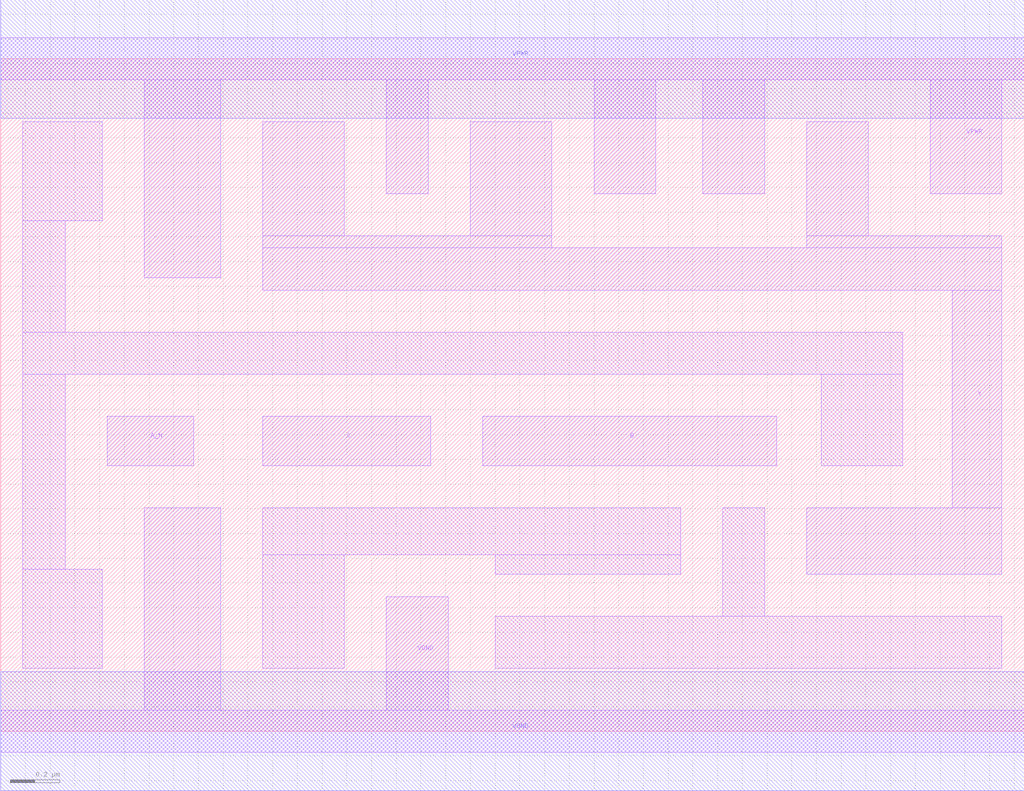
<source format=lef>
# Copyright 2020 The SkyWater PDK Authors
#
# Licensed under the Apache License, Version 2.0 (the "License");
# you may not use this file except in compliance with the License.
# You may obtain a copy of the License at
#
#     https://www.apache.org/licenses/LICENSE-2.0
#
# Unless required by applicable law or agreed to in writing, software
# distributed under the License is distributed on an "AS IS" BASIS,
# WITHOUT WARRANTIES OR CONDITIONS OF ANY KIND, either express or implied.
# See the License for the specific language governing permissions and
# limitations under the License.
#
# SPDX-License-Identifier: Apache-2.0

VERSION 5.5 ;
NAMESCASESENSITIVE ON ;
BUSBITCHARS "[]" ;
DIVIDERCHAR "/" ;
MACRO sky130_fd_sc_hd__nand3b_2
  CLASS CORE ;
  SOURCE USER ;
  ORIGIN  0.000000  0.000000 ;
  SIZE  4.140000 BY  2.720000 ;
  SYMMETRY X Y R90 ;
  SITE unithd ;
  PIN A_N
    ANTENNAGATEAREA  0.126000 ;
    DIRECTION INPUT ;
    USE SIGNAL ;
    PORT
      LAYER li1 ;
        RECT 0.430000 1.075000 0.780000 1.275000 ;
    END
  END A_N
  PIN B
    ANTENNAGATEAREA  0.495000 ;
    DIRECTION INPUT ;
    USE SIGNAL ;
    PORT
      LAYER li1 ;
        RECT 1.950000 1.075000 3.140000 1.275000 ;
    END
  END B
  PIN C
    ANTENNAGATEAREA  0.495000 ;
    DIRECTION INPUT ;
    USE SIGNAL ;
    PORT
      LAYER li1 ;
        RECT 1.060000 1.075000 1.740000 1.275000 ;
    END
  END C
  PIN Y
    ANTENNADIFFAREA  0.985500 ;
    DIRECTION OUTPUT ;
    USE SIGNAL ;
    PORT
      LAYER li1 ;
        RECT 1.060000 1.785000 4.050000 1.955000 ;
        RECT 1.060000 1.955000 2.230000 2.005000 ;
        RECT 1.060000 2.005000 1.390000 2.465000 ;
        RECT 1.900000 2.005000 2.230000 2.465000 ;
        RECT 3.260000 0.635000 4.050000 0.905000 ;
        RECT 3.260000 1.955000 4.050000 2.005000 ;
        RECT 3.260000 2.005000 3.510000 2.465000 ;
        RECT 3.850000 0.905000 4.050000 1.785000 ;
    END
  END Y
  PIN VGND
    DIRECTION INOUT ;
    SHAPE ABUTMENT ;
    USE GROUND ;
    PORT
      LAYER li1 ;
        RECT 0.000000 -0.085000 4.140000 0.085000 ;
        RECT 0.580000  0.085000 0.890000 0.905000 ;
        RECT 1.560000  0.085000 1.810000 0.545000 ;
    END
    PORT
      LAYER met1 ;
        RECT 0.000000 -0.240000 4.140000 0.240000 ;
    END
  END VGND
  PIN VPWR
    DIRECTION INOUT ;
    SHAPE ABUTMENT ;
    USE POWER ;
    PORT
      LAYER li1 ;
        RECT 0.000000 2.635000 4.140000 2.805000 ;
        RECT 0.580000 1.835000 0.890000 2.635000 ;
        RECT 1.560000 2.175000 1.730000 2.635000 ;
        RECT 2.400000 2.175000 2.650000 2.635000 ;
        RECT 2.840000 2.175000 3.090000 2.635000 ;
        RECT 3.760000 2.175000 4.050000 2.635000 ;
    END
    PORT
      LAYER met1 ;
        RECT 0.000000 2.480000 4.140000 2.960000 ;
    END
  END VPWR
  OBS
    LAYER li1 ;
      RECT 0.090000 0.255000 0.410000 0.655000 ;
      RECT 0.090000 0.655000 0.260000 1.445000 ;
      RECT 0.090000 1.445000 3.650000 1.615000 ;
      RECT 0.090000 1.615000 0.260000 2.065000 ;
      RECT 0.090000 2.065000 0.410000 2.465000 ;
      RECT 1.060000 0.255000 1.390000 0.715000 ;
      RECT 1.060000 0.715000 2.750000 0.905000 ;
      RECT 2.000000 0.255000 4.050000 0.465000 ;
      RECT 2.000000 0.635000 2.750000 0.715000 ;
      RECT 2.920000 0.465000 3.090000 0.905000 ;
      RECT 3.320000 1.075000 3.650000 1.445000 ;
  END
END sky130_fd_sc_hd__nand3b_2
END LIBRARY

</source>
